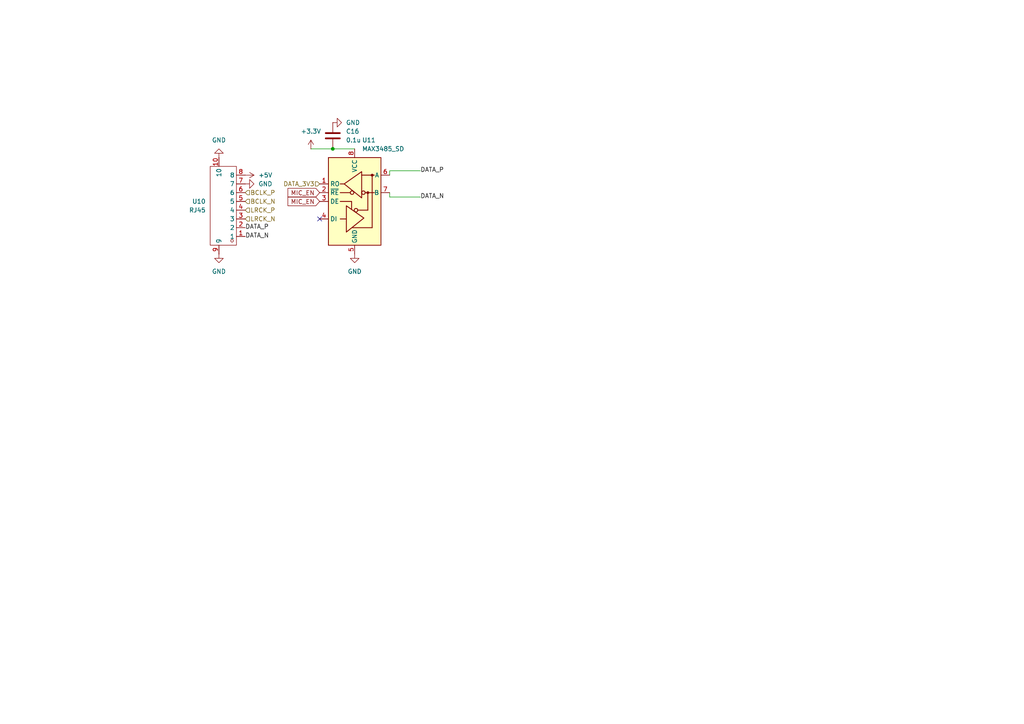
<source format=kicad_sch>
(kicad_sch (version 20250114) (generator "eeschema") (generator_version "9.0")
  (paper "A4")
  (lib_symbols
    (symbol "Connector:HC-RJ45-055-4"
      (property "Reference" "U" (at 0 0 0))
      (symbol "HC-RJ45-055-4_1_0"
        (rectangle (start -2.54 -10.16) (end 5.08 12.7))
        (circle (center -1.27 11.43) (radius 0.381))
        (pin bidirectional line (at -5.08 10.16 0) (length 2.54) (name "1") (number "1"))
        (pin bidirectional line (at -5.08 7.62 0) (length 2.54) (name "2") (number "2"))
        (pin bidirectional line (at -5.08 5.08 0) (length 2.54) (name "3") (number "3"))
        (pin bidirectional line (at -5.08 2.54 0) (length 2.54) (name "4") (number "4"))
        (pin bidirectional line (at -5.08 0 0) (length 2.54) (name "5") (number "5"))
        (pin bidirectional line (at -5.08 -2.54 0) (length 2.54) (name "6") (number "6"))
        (pin power_in line (at -5.08 -5.08 0) (length 2.54) (name "7") (number "7"))
        (pin power_in line (at -5.08 -7.62 0) (length 2.54) (name "8") (number "8"))
        (pin power_in line (at 2.54 15.24 270) (length 2.54) (name "9") (number "9"))
        (pin power_in line (at 2.54 -12.7 90) (length 2.54) (name "10") (number "10"))
      )
    )
    (symbol "Device:C" (pin_numbers (hide yes)) (pin_names (offset 0.254))
      (property "Reference" "C" (at 0.635 2.54 0))
      (property "Value" "C" (at 0.635 -2.54 0))
      (symbol "C_0_1"
        (polyline (pts (xy -2.032 0.762) (xy 2.032 0.762)) (stroke (width 0.508)))
        (polyline (pts (xy -2.032 -0.762) (xy 2.032 -0.762)) (stroke (width 0.508)))
      )
      (symbol "C_1_1"
        (pin passive line (at 0 3.81 270) (length 2.794) (name "~") (number "1"))
        (pin passive line (at 0 -3.81 90) (length 2.794) (name "~") (number "2"))
      )
    )
    (symbol "Interface_UART:MAX3485"
      (property "Reference" "U" (at -6.985 13.97 0))
      (property "Value" "MAX3485" (at 1.905 13.97 0))
      (symbol "MAX3485_0_1"
        (rectangle (start -7.62 12.7) (end 7.62 -12.7) (stroke (width 0.254)) (fill (type background)))
        (polyline (pts (xy -4.191 2.54) (xy -1.27 2.54)) (stroke (width 0.254)))
        (polyline (pts (xy -4.191 0) (xy -0.889 0) (xy -0.889 -2.286)) (stroke (width 0.254)))
        (polyline (pts (xy -3.175 5.08) (xy -4.191 5.08) (xy -4.064 5.08)) (stroke (width 0.254)))
        (polyline (pts (xy -2.54 -5.08) (xy -4.191 -5.08)) (stroke (width 0.254)))
        (polyline (pts (xy -2.413 -5.08) (xy -2.413 -1.27) (xy 2.667 -4.826) (xy -2.413 -8.89) (xy -2.413 -5.08)) (stroke (width 0.254)))
        (polyline (pts (xy -0.635 -7.62) (xy 5.08 -7.62)) (stroke (width 0.254)))
        (circle (center 0.381 -2.54) (radius 0.508) (stroke (width 0.254)))
        (polyline (pts (xy 0.889 -2.54) (xy 3.81 -2.54)) (stroke (width 0.254)))
        (polyline (pts (xy 2.032 7.62) (xy 5.715 7.62)) (stroke (width 0.254)))
        (polyline (pts (xy 3.048 2.54) (xy 5.715 2.54)) (stroke (width 0.254)))
        (circle (center 3.81 2.54) (radius 0.2794) (stroke (width 0.254)) (fill (type outline)))
        (polyline (pts (xy 3.81 -2.54) (xy 3.81 2.54)) (stroke (width 0.254)))
        (polyline (pts (xy 5.08 -7.62) (xy 5.08 7.62)) (stroke (width 0.254)))
      )
      (symbol "MAX3485_1_1"
        (circle (center -0.762 2.54) (radius 0.508) (stroke (width 0.254)))
        (polyline (pts (xy 2.032 4.826) (xy 2.032 8.636) (xy -3.048 5.08) (xy 2.032 1.016) (xy 2.032 4.826)) (stroke (width 0.254)))
        (circle (center 2.54 2.54) (radius 0.508) (stroke (width 0.254)))
        (circle (center 5.08 7.62) (radius 0.2794) (stroke (width 0.254)) (fill (type outline)))
        (pin output line (at -10.16 5.08 0) (length 2.54) (name "RO") (number "1"))
        (pin input line (at -10.16 2.54 0) (length 2.54) (name "~{RE}") (number "2"))
        (pin input line (at -10.16 0 0) (length 2.54) (name "DE") (number "3"))
        (pin input line (at -10.16 -5.08 0) (length 2.54) (name "DI") (number "4"))
        (pin power_in line (at 0 15.24 270) (length 2.54) (name "VCC") (number "8"))
        (pin power_in line (at 0 -15.24 90) (length 2.54) (name "GND") (number "5"))
        (pin bidirectional line (at 10.16 7.62 180) (length 2.54) (name "A") (number "6"))
        (pin bidirectional line (at 10.16 2.54 180) (length 2.54) (name "B") (number "7"))
      )
    )
    (symbol "power:+3.3V" (power) (pin_numbers (hide yes)) (pin_names (offset 0) (hide yes))
      (property "Value" "+3.3V" (at 0 3.556 0))
      (symbol "+3.3V_0_1"
        (polyline (pts (xy -0.762 1.27) (xy 0 2.54)))
        (polyline (pts (xy 0 2.54) (xy 0.762 1.27)))
        (polyline (pts (xy 0 0) (xy 0 2.54)))
      )
      (symbol "+3.3V_1_1"
        (pin power_in line (at 0 0 90) (length 0) (name "~") (number "1"))
      )
    )
    (symbol "power:+5V" (power) (pin_numbers (hide yes)) (pin_names (offset 0) (hide yes))
      (property "Value" "+5V" (at 0 3.556 0))
      (symbol "+5V_0_1"
        (polyline (pts (xy -0.762 1.27) (xy 0 2.54)))
        (polyline (pts (xy 0 2.54) (xy 0.762 1.27)))
        (polyline (pts (xy 0 0) (xy 0 2.54)))
      )
      (symbol "+5V_1_1"
        (pin power_in line (at 0 0 90) (length 0) (name "~") (number "1"))
      )
    )
    (symbol "power:GND" (power) (pin_numbers (hide yes)) (pin_names (offset 0) (hide yes))
      (property "Value" "GND" (at 0 -3.81 0))
      (symbol "GND_0_1"
        (polyline (pts (xy 0 0) (xy 0 -1.27) (xy 1.27 -1.27) (xy 0 -2.54) (xy -1.27 -1.27) (xy 0 -1.27)))
      )
      (symbol "GND_1_1"
        (pin power_in line (at 0 0 270) (length 0) (name "~") (number "1"))
      )
    )
  )
  (junction (at 96.52 43.18))
  (no_connect (at 92.71 63.5))
  (wire (pts (xy 113.03 49.53) (xy 121.92 49.53)))
  (wire (pts (xy 96.52 43.18) (xy 102.87 43.18)))
  (wire (pts (xy 113.03 57.15) (xy 121.92 57.15)))
  (wire (pts (xy 113.03 55.88) (xy 113.03 57.15)))
  (wire (pts (xy 113.03 50.8) (xy 113.03 49.53)))
  (wire (pts (xy 90.17 43.18) (xy 96.52 43.18)))
  (label "DATA_N" (at 121.92 57.15 0))
  (label "DATA_P" (at 121.92 49.53 0))
  (label "DATA_N" (at 71.12 68.58 0))
  (label "DATA_P" (at 71.12 66.04 0))
  (global_label "MIC_EN" (shape input) (at 92.71 55.88 180) (property "Intersheetrefs" "${INTERSHEET_REFS}" (effects (hide yes))))
  (global_label "MIC_EN" (shape input) (at 92.71 58.42 180) (property "Intersheetrefs" "${INTERSHEET_REFS}" (effects (hide yes))))
  (hierarchical_label "LRCK_P" (shape input) (at 71.12 60.96 0))
  (hierarchical_label "BCLK_P" (shape input) (at 71.12 55.88 0))
  (hierarchical_label "BCLK_N" (shape input) (at 71.12 58.42 0))
  (hierarchical_label "DATA_3V3" (shape input) (at 92.71 53.34 180))
  (hierarchical_label "LRCK_N" (shape input) (at 71.12 63.5 0))
  (symbol (lib_id "power:+3.3V") (at 90.17 43.18 0) (unit 1)
    (property "Reference" "#PWR047" (effects (hide yes)))
    (property "Value" "+3.3V" (at 90.17 38.1 0))
    (property "Description" "Power symbol creates a global label with name \"+3.3V\"" (effects (hide yes)))
    (instances (project "AEC_Speaker_Mic_System" (path "" (reference "#PWR061") (unit 1)) (path "" (reference "#PWR068") (unit 1)) (path "" (reference "#PWR054") (unit 1)) (path "" (reference "#PWR047") (unit 1))))
  )
  (symbol (lib_id "Connector:HC-RJ45-055-4") (at 66.04 58.42 180) (unit 1)
    (property "Reference" "U6" (at 59.69 58.4199 0) (effects (justify left)))
    (property "Value" "RJ45" (at 59.69 60.9599 0) (effects (justify left)))
    (property "Footprint" "Connector:RJ45-SMD_HC-RJ45-055-4_2" (effects (hide yes)))
    (property "Datasheet" "https://item.szlcsc.com/datasheet/HC-RJ45-055-4/3480994.html" (effects (hide yes)))
    (property "Description" "Connector Type:RJ45 Jack Mounting Type:Recessed Mount Number of Ports:1 LED:Non-LED Shielding:Shielded Contact Material:Phosphor Bronze Contact Plating:Gold Operating Temperature:-40°C~+85°C Operating Temperature:-40°C~+85°C" (effects (hide yes)))
    (property "Manufacturer Part" "HC-RJ45-055-4" (effects (hide yes)))
    (property "Manufacturer" "HCTL(华灿天禄)" (effects (hide yes)))
    (property "Supplier Part" "C3000211" (effects (hide yes)))
    (property "Supplier" "LCSC" (effects (hide yes)))
    (property "LCSC Part Name" "沉板 不带LED" (effects (hide yes)))
    (instances (project "" (path "" (reference "U10") (unit 1)) (path "" (reference "U12") (unit 1)) (path "" (reference "U8") (unit 1)) (path "" (reference "U6") (unit 1))))
  )
  (symbol (lib_id "power:+5V") (at 71.12 50.8 270) (unit 1)
    (property "Reference" "#PWR045" (effects (hide yes)))
    (property "Value" "+5V" (at 74.93 50.7999 90) (effects (justify left)))
    (property "Description" "Power symbol creates a global label with name \"+5V\"" (effects (hide yes)))
    (instances (project "AEC_Speaker_Mic_System" (path "" (reference "#PWR059") (unit 1)) (path "" (reference "#PWR066") (unit 1)) (path "" (reference "#PWR052") (unit 1)) (path "" (reference "#PWR045") (unit 1))))
  )
  (symbol (lib_id "power:GND") (at 71.12 53.34 90) (unit 1)
    (property "Reference" "#PWR046" (effects (hide yes)))
    (property "Value" "GND" (at 74.93 53.3399 90) (effects (justify right)))
    (property "Description" "Power symbol creates a global label with name \"GND\" , ground" (effects (hide yes)))
    (instances (project "AEC_Speaker_Mic_System" (path "" (reference "#PWR060") (unit 1)) (path "" (reference "#PWR067") (unit 1)) (path "" (reference "#PWR053") (unit 1)) (path "" (reference "#PWR046") (unit 1))))
  )
  (symbol (lib_id "power:GND") (at 102.87 73.66 0) (unit 1)
    (property "Reference" "#PWR049" (effects (hide yes)))
    (property "Value" "GND" (at 102.87 78.74 0))
    (property "Description" "Power symbol creates a global label with name \"GND\" , ground" (effects (hide yes)))
    (instances (project "AEC_Speaker_Mic_System" (path "" (reference "#PWR063") (unit 1)) (path "" (reference "#PWR070") (unit 1)) (path "" (reference "#PWR056") (unit 1)) (path "" (reference "#PWR049") (unit 1))))
  )
  (symbol (lib_id "power:GND") (at 63.5 45.72 180) (unit 1)
    (property "Reference" "#PWR043" (effects (hide yes)))
    (property "Value" "GND" (at 63.5 40.64 0))
    (property "Description" "Power symbol creates a global label with name \"GND\" , ground" (effects (hide yes)))
    (instances (project "" (path "" (reference "#PWR057") (unit 1)) (path "" (reference "#PWR064") (unit 1)) (path "" (reference "#PWR050") (unit 1)) (path "" (reference "#PWR043") (unit 1))))
  )
  (symbol (lib_id "Device:C") (at 96.52 39.37 0) (unit 1)
    (property "Reference" "C14" (at 100.33 38.0999 0) (effects (justify left)))
    (property "Value" "0.1u" (at 100.33 40.6399 0) (effects (justify left)))
    (property "Footprint" "Capacitor_SMD:C_0603_1608Metric" (effects (hide yes)))
    (property "Description" "Unpolarized capacitor" (effects (hide yes)))
    (instances (project "AEC_Speaker_Mic_System" (path "" (reference "C16") (unit 1)) (path "" (reference "C17") (unit 1)) (path "" (reference "C15") (unit 1)) (path "" (reference "C14") (unit 1))))
  )
  (symbol (lib_id "power:GND") (at 96.52 35.56 90) (unit 1)
    (property "Reference" "#PWR048" (effects (hide yes)))
    (property "Value" "GND" (at 100.33 35.5599 90) (effects (justify right)))
    (property "Description" "Power symbol creates a global label with name \"GND\" , ground" (effects (hide yes)))
    (instances (project "AEC_Speaker_Mic_System" (path "" (reference "#PWR062") (unit 1)) (path "" (reference "#PWR069") (unit 1)) (path "" (reference "#PWR055") (unit 1)) (path "" (reference "#PWR048") (unit 1))))
  )
  (symbol (lib_id "power:GND") (at 63.5 73.66 0) (unit 1)
    (property "Reference" "#PWR044" (effects (hide yes)))
    (property "Value" "GND" (at 63.5 78.74 0))
    (property "Description" "Power symbol creates a global label with name \"GND\" , ground" (effects (hide yes)))
    (instances (project "" (path "" (reference "#PWR058") (unit 1)) (path "" (reference "#PWR065") (unit 1)) (path "" (reference "#PWR051") (unit 1)) (path "" (reference "#PWR044") (unit 1))))
  )
  (symbol (lib_id "Interface_UART:MAX3485") (at 102.87 58.42 0) (unit 1)
    (property "Reference" "U7" (at 105.0133 40.64 0) (effects (justify left)))
    (property "Value" "MAX3485_SD" (at 105.0133 43.18 0) (effects (justify left)))
    (property "Footprint" "Package_SO:SOIC-8_3.9x4.9mm_P1.27mm" (effects (hide yes)))
    (property "Datasheet" "https://datasheets.maximintegrated.com/en/ds/MAX3483-MAX3491.pdf" (effects (hide yes)))
    (property "Description" "True RS-485/RS-422, 10Mbps, Slew-Rate Limited, with low-power shutdown, with receiver/driver enable, 32 receiver drive capacitity, DIP-8 and SOIC-8" (effects (hide yes)))
    (instances (project "AEC_Speaker_Mic_System" (path "" (reference "U11") (unit 1)) (path "" (reference "U13") (unit 1)) (path "" (reference "U9") (unit 1)) (path "" (reference "U7") (unit 1))))
  )
)
</source>
